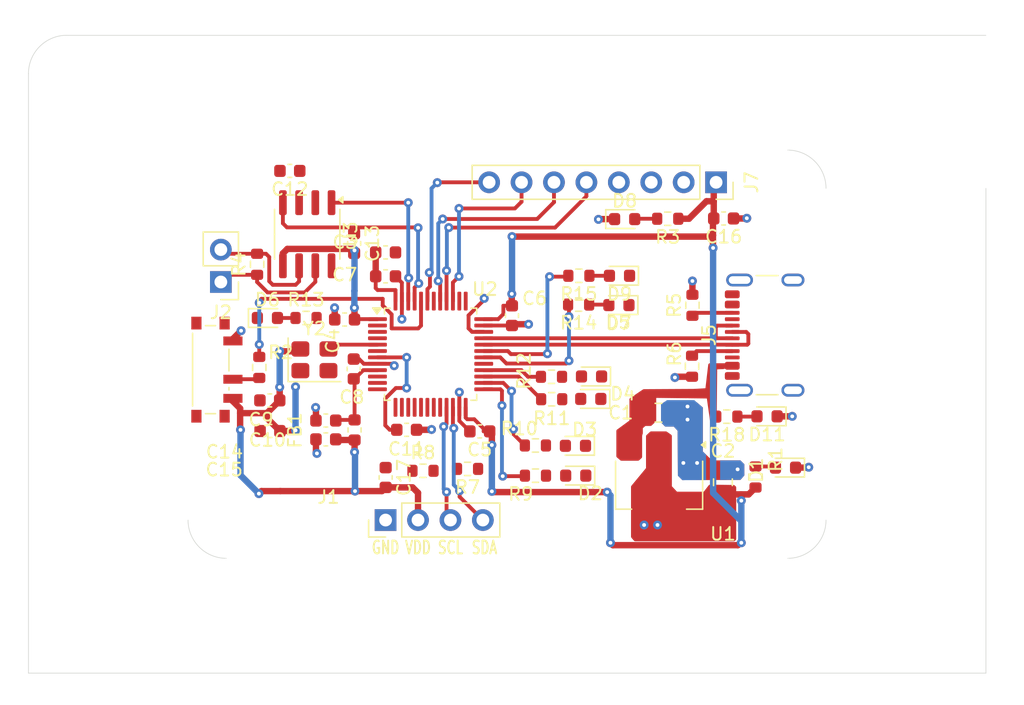
<source format=kicad_pcb>
(kicad_pcb (version 20241229) (generator "pcbnew") (generator_version "9.0")
  (layers (0 "F.Cu" signal) (2 "B.Cu" power) (13 "F.Paste" user) (15 "B.Paste" user) (5 "F.SilkS" user "F.Silkscreen") (7 "B.SilkS" user "B.Silkscreen") (1 "F.Mask" user) (3 "B.Mask" user) (25 "Edge.Cuts" user))
  (net 0 "")
  (net 1 "VBUS")
  (net 2 "GND")
  (net 3 "+3.3V")
  (net 4 "+3.3VA")
  (net 5 "/NRST")
  (net 6 "/HSE_IN")
  (net 7 "/PWR_LED_K")
  (net 8 "/USB_D-")
  (net 9 "/USB_D+")
  (net 10 "/LED_6")
  (net 11 "Net-(J2-Pin_2)")
  (net 12 "/BOOT0")
  (net 24 "/SW_BOOT0")
  (net 26 "/MISO")
  (net 28 "/RFID_SCK")
  (net 32 "Net-(J5-CC1)")
  (net 36 "Net-(J5-CC2)")
  (net 37 "Net-(J2-Pin_1)")
  (net 38 "Net-(D2-A)")
  (net 39 "Net-(D3-A)")
  (net 40 "Net-(D4-A)")
  (net 41 "/RFID_SDA")
  (net 42 "/MOSI")
  (net 43 "Net-(D5-A)")
  (net 44 "/LED_2")
  (net 45 "/LED_3")
  (net 46 "/LED_4")
  (net 47 "/LED_5")
  (net 48 "/LED_7")
  (net 49 "/LED_8")
  (net 50 "/LED_9")
  (net 51 "/LED_10")
  (net 53 "/CAN_TX")
  (net 54 "/CAN_RX")
  (net 55 "unconnected-(U2-PA13-Pad34)")
  (net 58 "Net-(D6-A)")
  (net 60 "Net-(D7-A)")
  (net 62 "Net-(D9-A)")
  (net 65 "/OLED_SCL")
  (net 66 "/OLED_SDA")
  (footprint "Capacitor_SMD:C_0603_1608Metric" (layer "F.Cu") (at 85.625 107.425)
    (property "Reference" "C11")
    (property "Value" "100n")
  )
  (footprint "ecocad_lib_footprints:Display_128x64_096_I2C" (layer "F.Cu") (at 87.785 114.5)
    (property "Reference" "J1")
    (property "Value" "Conn_01x04_Socket")
  )
  (footprint "Resistor_SMD:R_0603_1608Metric" (layer "F.Cu") (at 108.01 97.6625 90)
    (property "Reference" "R5")
    (property "Value" "5k1")
  )
  (footprint "Capacitor_SMD:C_0603_1608Metric" (layer "F.Cu") (at 81.48 102.655 90)
    (property "Reference" "C8")
    (property "Value" "10n")
  )
  (footprint "LED_SMD:LED_0603_1608Metric" (layer "F.Cu") (at 102.2525 97.65 180)
    (property "Reference" "D7")
    (property "Value" "CYAN")
  )
  (footprint "Resistor_SMD:R_0603_1608Metric" (layer "F.Cu") (at 90.395 110.49 180)
    (property "Reference" "R7")
    (property "Value" "1k5")
  )
  (footprint "LED_SMD:LED_0603_1608Metric" (layer "F.Cu") (at 102.2975 95.35 180)
    (property "Reference" "D9")
    (property "Value" "INDIGO")
  )
  (footprint "MountingHole:MountingHole_2.2mm_M2" (layer "F.Cu") (at 71.5 114.5)
    (property "Reference" "H1")
    (property "Value" "MountingHole")
  )
  (footprint "Resistor_SMD:R_0603_1608Metric" (layer "F.Cu") (at 112.9525 111.125 90)
    (property "Reference" "R1")
    (property "Value" "5k")
  )
  (footprint "Capacitor_SMD:C_0805_2012Metric" (layer "F.Cu") (at 110.4 111.5375 90)
    (property "Reference" "C2")
    (property "Value" "22u")
  )
  (footprint "MountingHole:MountingHole_2.2mm_M2" (layer "F.Cu") (at 115.5 114.5)
    (property "Reference" "H2")
    (property "Value" "MountingHole")
  )
  (footprint "Button_Switch_SMD:SW_SPDT_PCM12" (layer "F.Cu") (at 70.585 102.71 -90)
    (property "Reference" "SW1")
    (property "Value" "SW_SPDT")
  )
  (footprint "Connector_USB:USB_C_Receptacle_GCT_USB4105-xx-A_16P_TopMnt_Horizontal" (layer "F.Cu") (at 114.81 100.005 90)
    (property "Reference" "J5")
    (property "Value" "USB_C_Receptacle")
  )
  (footprint "Resistor_SMD:R_0603_1608Metric" (layer "F.Cu") (at 74.08 102.535 90)
    (property "Reference" "R2")
    (property "Value" "10k")
  )
  (footprint "Package_QFP:LQFP-48_7x7mm_P0.5mm" (layer "F.Cu") (at 87.5 101.5)
    (property "Reference" "U2")
    (property "Value" "STM32F103C8T6")
  )
  (footprint "Resistor_SMD:R_0603_1608Metric" (layer "F.Cu") (at 77.745 98.66)
    (property "Reference" "R13")
    (property "Value" "10k")
  )
  (footprint "Resistor_SMD:R_0603_1608Metric" (layer "F.Cu") (at 110.705 106.39)
    (property "Reference" "R18")
    (property "Value" "10k")
  )
  (footprint "Resistor_SMD:R_0603_1608Metric" (layer "F.Cu") (at 106.075 90.88 180)
    (property "Reference" "R3")
    (property "Value" "10k")
  )
  (footprint "Capacitor_SMD:C_0603_1608Metric" (layer "F.Cu") (at 83.98 111.165 -90)
    (property "Reference" "C17")
    (property "Value" "100n")
  )
  (footprint "Capacitor_SMD:C_0603_1608Metric" (layer "F.Cu") (at 81.51 92.815 -90)
    (property "Reference" "C13")
    (property "Value" "100n")
  )
  (footprint "Capacitor_SMD:C_0603_1608Metric" (layer "F.Cu") (at 76.475 87.13 180)
    (property "Reference" "C12")
    (property "Value" "100n")
  )
  (footprint "LED_SMD:LED_0603_1608Metric" (layer "F.Cu") (at 102.7025 90.91)
    (property "Reference" "D8")
    (property "Value" "ORANGE")
  )
  (footprint "Resistor_SMD:R_0603_1608Metric" (layer "F.Cu") (at 73.91 94.45 90)
    (property "Reference" "R4")
    (property "Value" "10k")
  )
  (footprint "Inductor_SMD:L_0603_1608Metric" (layer "F.Cu") (at 81.545 107.4375 -90)
    (property "Reference" "FB1")
    (property "Value" "120R")
  )
  (footprint "LED_SMD:LED_0603_1608Metric" (layer "F.Cu") (at 113.8575 106.37 180)
    (property "Reference" "D11")
    (property "Value" "YELLOW")
  )
  (footprint "LED_SMD:LED_0603_1608Metric" (layer "F.Cu") (at 100.1075 103.245 180)
    (property "Reference" "D5")
    (property "Value" "BLUE")
  )
  (footprint "Capacitor_SMD:C_0603_1608Metric" (layer "F.Cu") (at 74.92 107.52)
    (property "Reference" "C15")
    (property "Value" "100n")
  )
  (footprint "MountingHole:MountingHole_2.2mm_M2" (layer "F.Cu") (at 59 79.5)
    (property "Reference" "H4")
    (property "Value" "MountingHole")
  )
  (footprint "Capacitor_SMD:C_0603_1608Metric" (layer "F.Cu") (at 74.905 105.12)
    (property "Reference" "C14")
    (property "Value" "100n")
  )
  (footprint "Capacitor_SMD:C_0603_1608Metric" (layer "F.Cu") (at 110.455 90.86 180)
    (property "Reference" "C16")
    (property "Value" "100n")
  )
  (footprint "Resistor_SMD:R_0603_1608Metric" (layer "F.Cu") (at 107.98 102.44 -90)
    (property "Reference" "R6")
    (property "Value" "5k1")
  )
  (footprint "LED_SMD:LED_0603_1608Metric" (layer "F.Cu") (at 115.3025 110.39 180)
    (property "Reference" "D1")
    (property "Value" "RED")
  )
  (footprint "Capacitor_SMD:C_0603_1608Metric" (layer "F.Cu") (at 79.295 106.7 180)
    (property "Reference" "C9")
    (property "Value" "1u")
  )
  (footprint "MountingHole:MountingHole_2.2mm_M2" (layer "F.Cu") (at 115.475 88.5)
    (property "Reference" "H3")
    (property "Value" "MountingHole")
  )
  (footprint "LED_SMD:LED_0603_1608Metric" (layer "F.Cu") (at 98.8475 108.68 180)
    (property "Reference" "D3")
    (property "Value" "AMBER")
  )
  (footprint "Resistor_SMD:R_0603_1608Metric" (layer "F.Cu") (at 95.71 108.655 180)
    (property "Reference" "R10")
    (property "Value" "10k")
  )
  (footprint "Resistor_SMD:R_0603_1608Metric" (layer "F.Cu") (at 99.095 97.61 180)
    (property "Reference" "R14")
    (property "Value" "10k")
  )
  (footprint "Crystal:Crystal_SMD_3225-4Pin_3.2x2.5mm" (layer "F.Cu") (at 78.4 101.94)
    (property "Reference" "Y2")
    (property "Value" "ASCO")
  )
  (footprint "Capacitor_SMD:C_0603_1608Metric" (layer "F.Cu") (at 83.975 93.52)
    (property "Reference" "C3")
    (property "Value" "10u")
  )
  (footprint "Resistor_SMD:R_0603_1608Metric" (layer "F.Cu") (at 96.97 103.27 180)
    (property "Reference" "R12")
    (property "Value" "10k")
  )
  (footprint "Capacitor_SMD:C_0603_1608Metric" (layer "F.Cu") (at 93.875 98.475 -90)
    (property "Reference" "C6")
    (property "Value" "100n")
  )
  (footprint "Resistor_SMD:R_0603_1608Metric" (layer "F.Cu") (at 96.985 105.03 180)
    (property "Reference" "R11")
    (property "Value" "10k")
  )
  (footprint "Resistor_SMD:R_0603_1608Metric" (layer "F.Cu") (at 99.115 95.35 180)
    (property "Reference" "R15")
    (property "Value" "10k")
  )
  (footprint "Capacitor_SMD:C_0603_1608Metric" (layer "F.Cu") (at 83.975 95.395)
    (property "Reference" "C7")
    (property "Value" "100n")
  )
  (footprint "Resistor_SMD:R_0603_1608Metric" (layer "F.Cu") (at 95.715 111.02 180)
    (property "Reference" "R9")
    (property "Value" "10k")
  )
  (footprint "LED_SMD:LED_0603_1608Metric" (layer "F.Cu") (at 98.87 111.0175 180)
    (property "Reference" "D2")
    (property "Value" "PURPLE")
  )
  (footprint "Package_SO:SOIC-8_3.9x4.9mm_P1.27mm" (layer "F.Cu") (at 77.835 92.095 -90)
    (property "Reference" "U3")
    (property "Value" "MCP2542FD")
  )
  (footprint "Capacitor_SMD:C_0603_1608Metric" (layer "F.Cu") (at 91.35 107.55 180)
    (property "Reference" "C5")
    (property "Value" "100n")
  )
  (footprint "Capacitor_SMD:C_0603_1608Metric" (layer "F.Cu") (at 79.295 108.175 180)
    (property "Reference" "C10")
    (property "Value" "1u")
  )
  (footprint "Capacitor_SMD:C_0603_1608Metric" (layer "F.Cu") (at 80.765 98.78 180)
    (property "Reference" "C4")
    (property "Value" "100n")
  )
  (footprint "LED_SMD:LED_0603_1608Metric" (layer "F.Cu") (at 74.7175 98.66)
    (property "Reference" "D6")
    (property "Value" "TEAL")
  )
  (footprint "Resistor_SMD:R_0603_1608Metric" (layer "F.Cu") (at 86.905 110.64)
    (property "Reference" "R8")
    (property "Value" "1k5")
  )
  (footprint "Connector_PinSocket_2.54mm:PinSocket_1x08_P2.54mm_Vertical" (layer "F.Cu") (at 109.865 88.025 -90)
    (property "Reference" "J7")
    (property "Value" "Conn_01x08_Socket")
  )
  (footprint "Connector_PinHeader_2.54mm:PinHeader_1x02_P2.54mm_Vertical" (layer "F.Cu") (at 71.07 95.84 180)
    (property "Reference" "J2")
    (property "Value" "Conn_01x02_Pin")
  )
  (footprint "Package_TO_SOT_SMD:SOT-223-3_TabPin2" (layer "F.Cu") (at 105.4 111.7375 -90)
    (property "Reference" "U1")
    (property "Value" "AMS1117-3.3")
  )
  (footprint "Capacitor_SMD:C_0805_2012Metric" (layer "F.Cu") (at 105.35 106.0875)
    (property "Reference" "C1")
    (property "Value" "22u")
  )
  (footprint "LED_SMD:LED_0603_1608Metric" (layer "F.Cu") (at 100.0475 105.005 180)
    (property "Reference" "D4")
    (property "Value" "GREEN")
  )
  (gr_line (start 56 126.5) (end 131 126.5) (stroke (width 0.05)) (layer "Edge.Cuts"))
  (gr_line (start 59 76.5) (end 131 76.5) (stroke (width 0.05)) (layer "Edge.Cuts"))
  (gr_arc (start 71.5 117.5) (mid 69.37868 116.62132) (end 68.5 114.5) (stroke (width 0.05)) (layer "Edge.Cuts"))
  (gr_line (start 131 126.5) (end 131 88.5) (stroke (width 0.05)) (layer "Edge.Cuts"))
  (gr_arc (start 56 79.5) (mid 56.87868 77.37868) (end 59 76.5) (stroke (width 0.05)) (layer "Edge.Cuts"))
  (gr_line (start 56 126.5) (end 56 79.5) (stroke (width 0.05)) (layer "Edge.Cuts"))
  (gr_arc (start 115.475 85.5) (mid 117.59632 86.37868) (end 118.475 88.5) (stroke (width 0.05)) (layer "Edge.Cuts"))
  (gr_arc (start 118.475 114.5) (mid 117.59632 116.62132) (end 115.475 117.5) (stroke (width 0.05)) (layer "Edge.Cuts"))
  (segment (start 108.01 96.8375) (end 108.01 95.76) (width 0.5) (layer "F.Cu") (net 2))
  (segment (start 81.9 101.88) (end 82.27 102.25) (width 0.3) (layer "F.Cu") (net 2))
  (segment (start 81.48 101.88) (end 81.9 101.88) (width 0.3) (layer "F.Cu") (net 2))
  (segment (start 78.52 108.175) (end 78.52 109.2) (width 0.5) (layer "F.Cu") (net 2))
  (segment (start 100.67 90.91) (end 100.65 90.93) (width 0.5) (layer "F.Cu") (net 2))
  (segment (start 107.98 103.265) (end 106.6975 103.265) (width 0.5) (layer "F.Cu") (net 2))
  (segment (start 82.27 102.25) (end 83.3375 102.25) (width 0.3) (layer "F.Cu") (net 2))
  (segment (start 86.4 107.425) (end 87.55 107.425) (width 0.5) (layer "F.Cu") (net 2))
  (segment (start 79.99 98.78) (end 79.99 97.87) (width 0.5) (layer "F.Cu") (net 2))
  (segment (start 106.6975 103.265) (end 106.6375 103.325) (width 0.5) (layer "F.Cu") (net 2))
  (segment (start 72.015 100.46) (end 72.015 100.3) (width 0.5) (layer "F.Cu") (net 2))
  (segment (start 84.5 102.25) (end 84.65 102.4) (width 0.3) (layer "F.Cu") (net 2))
  (segment (start 79.99 97.87) (end 79.98 97.86) (width 0.5) (layer "F.Cu") (net 2))
  (segment (start 93.975 99.15) (end 93.875 99.25) (width 0.5) (layer "F.Cu") (net 2))
  (segment (start 91.6625 99.25) (end 93.875 99.25) (width 0.3) (layer "F.Cu") (net 2))
  (segment (start 107.92 103.325) (end 107.98 103.265) (width 0.5) (layer "F.Cu") (net 2))
  (segment (start 85.25 95.895) (end 84.75 95.395) (width 0.3) (layer "F.Cu") (net 2))
  (segment (start 116.09 110.39) (end 117.09 110.39) (width 0.5) (layer "F.Cu") (net 2))
  (segment (start 72.015 100.3) (end 72.655 99.66) (width 0.5) (layer "F.Cu") (net 2))
  (segment (start 89.75 105.6625) (end 89.75 106.725) (width 0.3) (layer "F.Cu") (net 2))
  (segment (start 114.645 106.37) (end 115.83 106.37) (width 0.5) (layer "F.Cu") (net 2))
  (segment (start 78.52 106.7) (end 78.52 105.7) (width 0.5) (layer "F.Cu") (net 2))
  (segment (start 95.175 99.15) (end 93.975 99.15) (width 0.5) (layer "F.Cu") (net 2))
  (segment (start 89.75 105.6625) (end 89.75 104.475) (width 0.3) (layer "F.Cu") (net 2))
  (segment (start 83.3375 102.25) (end 84.5 102.25) (width 0.3) (layer "F.Cu") (net 2))
  (segment (start 87.55 107.425) (end 87.575 107.4) (width 0.5) (layer "F.Cu") (net 2))
  (segment (start 78.52 109.2) (end 78.595 109.275) (width 0.5) (layer "F.Cu") (net 2))
  (segment (start 101.915 90.91) (end 100.67 90.91) (width 0.5) (layer "F.Cu") (net 2))
  (segment (start 112.25 90.86) (end 112.27 90.84) (width 0.5) (layer "F.Cu") (net 2))
  (segment (start 78.52 105.7) (end 78.495 105.675) (width 0.5) (layer "F.Cu") (net 2))
  (segment (start 89.75 106.725) (end 90.575 107.55) (width 0.3) (layer "F.Cu") (net 2))
  (segment (start 111.23 90.86) (end 112.25 90.86) (width 0.5) (layer "F.Cu") (net 2))
  (segment (start 85.25 97.3375) (end 85.25 98.75) (width 0.3) (layer "F.Cu") (net 2))
  (segment (start 117.09 110.39) (end 117.12 110.36) (width 0.5) (layer "F.Cu") (net 2))
  (segment (start 72.015 100.46) (end 72.43 100.46) (width 0.5) (layer "F.Cu") (net 2))
  (segment (start 85.25 97.3375) (end 85.25 95.895) (width 0.3) (layer "F.Cu") (net 2))
  (via (at 78.595 109.275) (size 0.7) (drill 0.3) (layers "F.Cu" "B.Cu") (net 2))
  (via (at 107.625 106.625) (size 0.7) (drill 0.3) (layers "F.Cu" "B.Cu") (net 2))
  (via (at 95.175 99.15) (size 0.7) (drill 0.3) (layers "F.Cu" "B.Cu") (net 2))
  (via (at 108.375 110.025) (size 0.7) (drill 0.3) (layers "F.Cu" "B.Cu") (net 2))
  (via (at 111.55 110.525) (size 0.7) (drill 0.3) (layers "F.Cu" "B.Cu") (net 2))
  (via (at 107.3 110.025) (size 0.7) (drill 0.3) (layers "F.Cu" "B.Cu") (net 2))
  (via (at 84.65 102.4) (size 0.7) (drill 0.3) (layers "F.Cu" "B.Cu") (net 2))
  (via (at 72.655 99.66) (size 0.7) (drill 0.3) (layers "F.Cu" "B.Cu") (net 2))
  (via (at 85.25 98.75) (size 0.7) (drill 0.3) (layers "F.Cu" "B.Cu") (net 2))
  (via (at 89.75 104.475) (size 0.7) (drill 0.3) (layers "F.Cu" "B.Cu") (net 2))
  (via (at 78.495 105.675) (size 0.7) (drill 0.3) (layers "F.Cu" "B.Cu") (net 2))
  (via (at 87.575 107.4) (size 0.7) (drill 0.3) (layers "F.Cu" "B.Cu") (net 2))
  (via (at 79.98 97.86) (size 0.7) (drill 0.3) (layers "F.Cu" "B.Cu") (net 2))
  (via (at 115.83 106.37) (size 0.7) (drill 0.3) (layers "F.Cu" "B.Cu") (net 2))
  (via (at 108.01 95.76) (size 0.7) (drill 0.3) (layers "F.Cu" "B.Cu") (net 2))
  (via (at 100.65 90.93) (size 0.7) (drill 0.3) (layers "F.Cu" "B.Cu") (net 2))
  (via (at 106.6375 103.325) (size 0.7) (drill 0.3) (layers "F.Cu" "B.Cu") (net 2))
  (via (at 117.12 110.36) (size 0.7) (drill 0.3) (layers "F.Cu" "B.Cu") (net 2))
  (via (at 107.625 105.6) (size 0.7) (drill 0.3) (layers "F.Cu" "B.Cu") (net 2))
  (via (at 112.27 90.84) (size 0.7) (drill 0.3) (layers "F.Cu" "B.Cu") (net 2))
  (segment (start 72.015 104.96) (end 72.015 105.185) (width 0.5) (layer "F.Cu") (net 3))
  (segment (start 81.54 98.78) (end 81.54 97.87) (width 0.5) (layer "F.Cu") (net 3))
  (segment (start 75.625 114.9) (end 75.725 115) (width 0.5) (layer "F.Cu") (net 3))
  (segment (start 74.05 112.43) (end 74.25 112.23) (width 0.5) (layer "F.Cu") (net 3))
  (segment (start 75.73 112.23) (end 81.58 112.23) (width 0.5) (layer "F.Cu") (net 3))
  (segment (start 111.57 116.47) (end 111.76 116.28) (width 0.5) (layer "F.Cu") (net 3))
  (segment (start 81.424 93.244) (end 76.281001 93.244) (width 0.5) (layer "F.Cu") (net 3))
  (segment (start 81.545 109.2) (end 81.545 109.175) (width 0.5) (layer "F.Cu") (net 3))
  (segment (start 72.58 106.12) (end 72.58 107.4) (width 0.5) (layer "F.Cu") (net 3))
  (segment (start 75.695 107.52) (end 76.87 107.52) (width 0.5) (layer "F.Cu") (net 3))
  (segment (start 81.545 108.225) (end 80.12 108.225) (width 0.5) (layer "F.Cu") (net 3))
  (segment (start 90.25 106.475) (end 90.25 105.6625) (width 0.3) (layer "F.Cu") (net 3))
  (segment (start 109.63 88.26) (end 109.865 88.025) (width 0.5) (layer "F.Cu") (net 3))
  (segment (start 92.8 98.75) (end 93.2 98.35) (width 0.3) (layer "F.Cu") (net 3))
  (segment (start 107.74 90.88) (end 106.9 90.88) (width 0.5) (layer "F.Cu") (net 3))
  (segment (start 112.415 112.4875) (end 112.9525 111.95) (width 0.5) (layer "F.Cu") (net 3))
  (segment (start 74.25 112.23) (end 75.73 112.23) (width 0.5) (layer "F.Cu") (net 3))
  (segment (start 72.58 107.4) (end 72.61 107.43) (width 0.5) (layer "F.Cu") (net 3))
  (segment (start 75.68 101.27) (end 77.12 101.27) (width 0.5) (layer "F.Cu") (net 3))
  (segment (start 93.2 97.7) (end 93.875 97.7) (width 0.3) (layer "F.Cu") (net 3))
  (segment (start 76.87 107.52) (end 76.92 107.47) (width 0.5) (layer "F.Cu") (net 3))
  (segment (start 81.545 108.225) (end 81.545 109.2) (width 0.5) (layer "F.Cu") (net 3))
  (segment (start 109.62 92.18) (end 109.62 90.92) (width 0.5) (layer "F.Cu") (net 3))
  (segment (start 111.8 112.4875) (end 112.415 112.4875) (width 0.5) (layer "F.Cu") (net 3))
  (segment (start 91.6625 98.75) (end 92.8 98.75) (width 0.3) (layer "F.Cu") (net 3))
  (segment (start 93.2 98.35) (end 93.2 97.7) (width 0.3) (layer "F.Cu") (net 3))
  (segment (start 111.76 116.28) (end 111.84 116.28) (width 0.5) (layer "F.Cu") (net 3))
  (segment (start 109.62 92.18) (end 109.52 92.28) (width 0.5) (layer "F.Cu") (net 3))
  (segment (start 86.09 111.94) (end 86.515 112.365) (width 0.5) (layer "F.Cu") (net 3))
  (segment (start 76.281001 93.244) (end 75.93 93.595001) (width 0.5) (layer "F.Cu") (net 3))
  (segment (start 101.59 116.28) (end 101.78 116.47) (width 0.5) (layer "F.Cu") (net 3))
  (segment (start 81.57 98.75) (end 81.54 98.78) (width 0.3) (layer "F.Cu") (net 3))
  (segment (start 93.86 97.685) (end 93.875 97.7) (width 0.5) (layer "F.Cu") (net 3))
  (segment (start 91.66 107.339178) (end 90.920822 106.6) (width 0.3) (layer "F.Cu") (net 3))
  (segment (start 92.125 107.55) (end 91.66 107.55) (width 0.3) (layer "F.Cu") (net 3))
  (segment (start 109.68 88.21) (end 109.865 88.025) (width 0.5) (layer "F.Cu") (net 3))
  (segment (start 104.225 114.8875) (end 105.275 114.8875) (width 0.5) (layer "F.Cu") (net 3))
  (segment (start 83.69 112.23) (end 83.98 111.94) (width 0.5) (layer "F.Cu") (net 3))
  (segment (start 72.015 105.185) (end 72.58 105.75) (width 0.5) (layer "F.Cu") (net 3))
  (segment (start 91.66 107.55) (end 91.66 107.339178) (width 0.3) (layer "F.Cu") (net 3))
  (segment (start 109.68 90.86) (end 109.68 89.51) (width 0.5) (layer "F.Cu") (net 3))
  (segment (start 80.12 108.225) (end 80.07 108.175) (width 0.5) (layer "F.Cu") (net 3))
  (segment (start 83.3375 98.75) (end 81.57 98.75) (width 0.3) (layer "F.Cu") (net 3))
  (segment (start 77.12 101.27) (end 77.3 101.09) (width 0.5) (layer "F.Cu") (net 3))
  (segment (start 75.68 105.12) (end 75.68 104.08) (width 0.5) (layer "F.Cu") (net 3))
  (segment (start 84.75 96.47) (end 83.35 96.47) (width 0.3) (layer "F.Cu") (net 3))
  (segment (start 86.515 112.365) (end 86.515 114.5) (width 0.5) (layer "F.Cu") (net 3))
  (segment (start 75.93 93.595001) (end 75.93 94.57) (width 0.5) (layer "F.Cu") (net 3))
  (segment (start 109.68 89.51) (end 109.11 89.51) (width 0.5) (layer "F.Cu") (net 3))
  (segment (start 109.68 89.51) (end 109.68 88.21) (width 0.5) (layer "F.Cu") (net 3))
  (segment (start 101.78 116.47) (end 111.57 116.47) (width 0.5) (layer "F.Cu") (net 3))
  (segment (start 92.3 108.62) (end 92.3 107.725) (width 0.5) (layer "F.Cu") (net 3))
  (segment (start 74.68 106.12) (end 74.68 106.505) (width 0.5) (layer "F.Cu") (net 3))
  (segment (start 72.58 105.75) (end 72.58 106.12) (width 0.5) (layer "F.Cu") (net 3))
  (segment (start 81.59 112.25) (end 81.59 112.24) (width 0.5) (layer "F.Cu") (net 3))
  (segment (start 90.375 106.6) (end 90.25 106.475) (width 0.3) (layer "F.Cu") (net 3))
  (segment (start 81.59 112.24) (end 81.58 112.23) (width 0.5) (layer "F.Cu") (net 3))
  (segment (start 111.8 112.94) (end 111.84 112.98) (width 0.5) (layer "F.Cu") (net 3))
  (segment (start 93.86 96.77) (end 93.86 97.685) (width 0.5) (layer "F.Cu") (net 3))
  (segment (start 83.35 96.47) (end 83.2 96.32) (width 0.3) (layer "F.Cu") (net 3))
  (segment (start 74.68 106.12) (end 75.68 105.12) (width 0.5) (layer "F.Cu") (net 3))
  (segment (start 74.68 106.505) (end 75.695 107.52) (width 0.5) (layer "F.Cu") (net 3))
  (segment (start 109.62 90.92) (end 109.68 90.86) (width 0.5) (layer "F.Cu") (net 3))
  (segment (start 109.52 92.28) (end 93.88 92.28) (width 0.5) (layer "F.Cu") (net 3))
  (segment (start 111.8 112.4875) (end 111.8 112.94) (width 0.5) (layer "F.Cu") (net 3))
  (segment (start 90.920822 106.6) (end 90.375 106.6) (width 0.3) (layer "F.Cu") (net 3))
  (segment (start 81.54 97.87) (end 81.53 97.86) (width 0.5) (layer "F.Cu") (net 3))
  (segment (start 110.4 112.4875) (end 111.8 112.4875) (width 0.5) (layer "F.Cu") (net 3))
  (segment (start 83.98 111.94) (end 86.09 111.94) (width 0.5) (layer "F.Cu") (net 3))
  (segment (start 92.3 107.725) (end 92.125 107.55) (width 0.5) (layer "F.Cu") (net 3))
  (segment (start 101.33 112.31) (end 92.36 112.31) (width 0.5) (layer "F.Cu") (net 3))
  (segment (start 92.36 112.31) (end 92.3 112.25) (width 0.5) (layer "F.Cu") (net 3))
  (segment (start 83.2 95.395) (end 83.2 93.52) (width 0.5) (layer "F.Cu") (net 3))
  (segment (start 105.275 114.8875) (end 105.4 114.8875) (width 0.5) (layer "F.Cu") (net 3))
  (segment (start 83.2 96.32) (end 83.2 95.395) (width 0.3) (layer "F.Cu") (net 3))
  (segment (start 109.11 89.51) (end 107.74 90.88) (width 0.5) (layer "F.Cu") (net 3))
  (segment (start 109.63 93.17) (end 109.62 93.16) (width 0.5) (layer "F.Cu") (net 3))
  (segment (start 81.58 112.23) (end 83.69 112.23) (width 0.5) (layer "F.Cu") (net 3))
  (segment (start 72.58 106.12) (end 74.68 106.12) (width 0.5) (layer "F.Cu") (net 3))
  (segment (start 84.75 97.3375) (end 84.75 96.47) (width 0.3) (layer "F.Cu") (net 3))
  (segment (start 81.54 93.36) (end 81.424 93.244) (width 0.5) (layer "F.Cu") (net 3))
  (segment (start 109.62 93.16) (end 109.62 92.18) (width 0.5) (layer "F.Cu") (net 3))
  (via (at 72.61 107.43) (size 0.7) (drill 0.3) (layers "F.Cu" "B.Cu") (net 3))
  (via (at 92.3 112.25) (size 0.7) (drill 0.3) (layers "F.Cu" "B.Cu") (net 3))
  (via (at 75.68 101.27) (size 0.7) (drill 0.3) (layers "F.Cu" "B.Cu") (net 3))
  (via (at 81.58 112.23) (size 0.7) (drill 0.3) (layers "F.Cu" "B.Cu") (net 3))
  (via (at 109.63 93.17) (size 0.7) (drill 0.3) (layers "F.Cu" "B.Cu") (net 3))
  (via (at 111.84 112.98) (size 0.7) (drill 0.3) (layers "F.Cu" "B.Cu") (net 3))
  (via (at 93.88 92.28) (size 0.7) (drill 0.3) (layers "F.Cu" "B.Cu") (net 3))
  (via (at 81.54 93.36) (size 0.7) (drill 0.3) (layers "F.Cu" "B.Cu") (net 3))
  (via (at 104.225 114.8875) (size 0.7) (drill 0.3) (layers "F.Cu" "B.Cu") (net 3))
  (via (at 111.84 116.28) (size 0.7) (drill 0.3) (layers "F.Cu" "B.Cu") (net 3))
  (via (at 101.33 112.31) (size 0.7) (drill 0.3) (layers "F.Cu" "B.Cu") (net 3))
  (via (at 76.92 107.47) (size 0.7) (drill 0.3) (layers "F.Cu" "B.Cu") (net 3))
  (via (at 81.545 109.175) (size 0.7) (drill 0.3) (layers "F.Cu" "B.Cu") (net 3))
  (via (at 75.68 104.08) (size 0.7) (drill 0.3) (layers "F.Cu" "B.Cu") (net 3))
  (via (at 92.3 108.62) (size 0.7) (drill 0.3) (layers "F.Cu" "B.Cu") (net 3))
  (via (at 101.59 116.28) (size 0.7) (drill 0.3) (layers "F.Cu" "B.Cu") (net 3))
  (via (at 76.92 104.06) (size 0.7) (drill 0.3) (layers "F.Cu" "B.Cu") (net 3))
  (via (at 74.05 112.43) (size 0.7) (drill 0.3) (layers "F.Cu" "B.Cu") (net 3))
  (via (at 93.86 96.77) (size 0.7) (drill 0.3) (layers "F.Cu" "B.Cu") (net 3))
  (via (at 81.53 97.86) (size 0.7) (drill 0.3) (layers "F.Cu" "B.Cu") (net 3))
  (via (at 105.275 114.8875) (size 0.7) (drill 0.3) (layers "F.Cu" "B.Cu") (net 3))
  (segment (start 101.59 116.28) (end 101.59 112.57) (width 0.5) (layer "B.Cu") (net 3))
  (segment (start 111.84 116.28) (end 111.84 114.58) (width 0.5) (layer "B.Cu") (net 3))
  (segment (start 81.58 109.21) (end 81.545 109.175) (width 0.5) (layer "B.Cu") (net 3))
  (segment (start 111.84 112.98) (end 111.84 114.58) (width 0.5) (layer "B.Cu") (net 3))
  (segment (start 93.88 92.28) (end 93.88 96.75) (width 0.5) (layer "B.Cu") (net 3))
  (segment (start 109.63 93.17) (end 109.63 112.37) (width 0.5) (layer "B.Cu") (net 3))
  (segment (start 81.53 96.54) (end 81.53 97.86) (width 0.5) (layer "B.Cu") (net 3))
  (segment (start 93.88 96.75) (end 93.86 96.77) (width 0.5) (layer "B.Cu") (net 3))
  (segment (start 76.92 107.47) (end 76.92 104.06) (width 0.5) (layer "B.Cu") (net 3))
  (segment (start 75.68 101.27) (end 75.68 104.08) (width 0.5) (layer "B.Cu") (net 3))
  (segment (start 81.54 96.53) (end 81.53 96.54) (width 0.5) (layer "B.Cu") (net 3))
  (segment (start 72.61 107.43) (end 72.61 110.99) (width 0.5) (layer "B.Cu") (net 3))
  (segment (start 75.525 114.8) (end 75.625 114.9) (width 0.5) (layer "B.Cu") (net 3))
  (segment (start 81.54 93.36) (end 81.54 96.53) (width 0.5) (layer "B.Cu") (net 3))
  (segment (start 109.63 112.37) (end 111.84 114.58) (width 0.5) (layer "B.Cu") (net 3))
  (segment (start 81.58 112.23) (end 81.58 109.21) (width 0.5) (layer "B.Cu") (net 3))
  (segment (start 72.61 110.99) (end 74.05 112.43) (width 0.5) (layer "B.Cu") (net 3))
  (segment (start 92.3 112.25) (end 92.3 108.62) (width 0.5) (layer "B.Cu") (net 3))
  (segment (start 101.59 112.57) (end 101.33 112.31) (width 0.5) (layer "B.Cu") (net 3))
  (segment (start 81.55 103.43) (end 82.23 102.75) (width 0.3) (layer "F.Cu") (net 4))
  (segment (start 81.545 106.65) (end 80.12 106.65) (width 0.3) (layer "F.Cu") (net 4))
  (segment (start 81.545 106.65) (end 81.545 103.495) (width 0.3) (layer "F.Cu") (net 4))
  (segment (start 81.545 103.495) (end 81.48 103.43) (width 0.3) (layer "F.Cu") (net 4))
  (segment (start 80.12 106.65) (end 80.07 106.7) (width 0.3) (layer "F.Cu") (net 4))
  (segment (start 82.23 102.75) (end 83.3375 102.75) (width 0.3) (layer "F.Cu") (net 4))
  (segment (start 81.48 103.43) (end 81.55 103.43) (width 0.3) (layer "F.Cu") (net 4))
  (segment (start 84.3 107.425) (end 85.145 107.425) (width 0.3) (layer "F.Cu") (net 5))
  (segment (start 85.625 104.15) (end 84.779534 104.15) (width 0.3) (layer "F.Cu") (net 5))
  (segment (start 83.95 104.979534) (end 83.95 107.075) (width 0.3) (layer "F.Cu") (net 5))
  (segment (start 84.779534 104.15) (end 83.95 104.979534) (width 0.3) (layer "F.Cu") (net 5))
  (segment (start 85.625 101.75) (end 83.3375 101.75) (width 0.3) (layer "F.Cu") (net 5))
  (segment (start 83.95 107.075) (end 84.3 107.425) (width 0.3) (layer "F.Cu") (net 5))
  (via (at 85.625 101.75) (size 0.7) (drill 0.3) (layers "F.Cu" "B.Cu") (net 5))
  (via (at 85.625 104.15) (size 0.7) (drill 0.3) (layers "F.Cu" "B.Cu") (net 5))
  (segment (start 85.625 104.15) (end 85.625 101.75) (width 0.3) (layer "B.Cu") (net 5))
  (segment (start 79.84 100.75) (end 79.5 101.09) (width 0.3) (layer "F.Cu") (net 6))
  (segment (start 83.3375 100.75) (end 79.84 100.75) (width 0.3) (layer "F.Cu") (net 6))
  (segment (start 112.9525 110.3) (end 114.425 110.3) (width 0.3) (layer "F.Cu") (net 7))
  (segment (start 114.425 110.3) (end 114.515 110.39) (width 0.3) (layer "F.Cu") (net 7))
  (segment (start 112.39 99.92) (end 112.225 99.755) (width 0.3) (layer "F.Cu") (net 8))
  (segment (start 112.39 100.67) (end 112.39 99.92) (width 0.3) (layer "F.Cu") (net 8))
  (segment (start 112.305 100.755) (end 112.39 100.67) (width 0.3) (layer "F.Cu") (net 8))
  (segment (start 111.13 100.755) (end 112.305 100.755) (width 0.3) (layer "F.Cu") (net 8))
  (segment (start 112.225 99.755) (end 111.13 99.755) (width 0.3) (layer "F.Cu") (net 8))
  (segment (start 91.6625 100.75) (end 111.125 100.75) (width 0.3) (layer "F.Cu") (net 8))
  (segment (start 111.125 100.75) (end 111.13 100.755) (width 0.3) (layer "F.Cu") (net 8))
  (segment (start 109.84 99.37) (end 109.84 100.24) (width 0.3) (layer "F.Cu") (net 9))
  (segment (start 91.6625 100.25) (end 109.85 100.25) (width 0.3) (layer "F.Cu") (net 9))
  (segment (start 109.84 100.24) (end 109.85 100.25) (width 0.3) (layer "F.Cu") (net 9))
  (segment (start 111.125 100.25) (end 111.13 100.255) (width 0.3) (layer "F.Cu") (net 9))
  (segment (start 111.13 99.255) (end 109.955 99.255) (width 0.3) (layer "F.Cu") (net 9))
  (segment (start 109.85 100.25) (end 111.125 100.25) (width 0.3) (layer "F.Cu") (net 9))
  (segment (start 109.955 99.255) (end 109.84 99.37) (width 0.3) (layer "F.Cu") (net 9))
  (segment (start 71.395 93.625) (end 71.07 93.3) (width 0.3) (layer "F.Cu") (net 11))
  (segment (start 73.91 93.625) (end 71.395 93.625) (width 0.3) (layer "F.Cu") (net 11))
  (segment (start 75.14 96.06) (end 74.86 95.78) (width 0.3) (layer "F.Cu") (net 11))
  (segment (start 74.605 93.625) (end 73.91 93.625) (width 0.3) (layer "F.Cu") (net 11))
  (segment (start 74.86 95.78) (end 74.86 93.88) (width 0.3) (layer "F.Cu") (net 11))
  (segment (start 77.2 94.57) (end 77.2 95.79) (width 0.3) (layer "F.Cu") (net 11))
  (segment (start 76.93 96.06) (end 75.14 96.06) (width 0.3) (layer "F.Cu") (net 11))
  (segment (start 77.2 95.79) (end 76.93 96.06) (width 0.3) (layer "F.Cu") (net 11))
  (segment (start 74.86 93.88) (end 74.605 93.625) (width 0.3) (layer "F.Cu") (net 11))
  (segment (start 74.08 97.47) (end 74.08 97.32) (width 0.3) (layer "F.Cu") (net 12))
  (segment (start 86.75 99.26) (end 86.75 97.3375) (width 0.3) (layer "F.Cu") (net 12))
  (segment (start 83.75 97.16) (end 83.75 97.679534) (width 0.3) (layer "F.Cu") (net 12))
  (segment (start 74.08 97.32) (end 74.24 97.16) (width 0.3) (layer "F.Cu") (net 12))
  (segment (start 84.45 98.379534) (end 84.45 99.48) (width 0.3) (layer "F.Cu") (net 12))
  (segment (start 83.75 97.679534) (end 84.45 98.379534) (width 0.3) (layer "F.Cu") (net 12))
  (segment (start 74.24 97.16) (end 83.75 97.16) (width 0.3) (layer "F.Cu") (net 12))
  (segment (start 86.53 99.48) (end 86.75 99.26) (width 0.3) (layer "F.Cu") (net 12))
  (segment (start 74.08 101.71) (end 74.08 100.735) (width 0.3) (layer "F.Cu") (net 12))
  (segment (start 84.45 99.48) (end 86.53 99.48) (width 0.3) (layer "F.Cu") (net 12))
  (via (at 74.08 97.47) (size 0.7) (drill 0.3) (layers "F.Cu" "B.Cu") (net 12))
  (via (at 74.08 100.735) (size 0.7) (drill 0.3) (layers "F.Cu" "B.Cu") (net 12))
  (segment (start 74.08 100.735) (end 74.08 97.47) (width 0.3) (layer "B.Cu") (net 12))
  (segment (start 72.105 103.37) (end 72.015 103.46) (width 0.3) (layer "F.Cu") (net 24))
  (segment (start 72.015 103.46) (end 73.98 103.46) (width 0.3) (layer "F.Cu") (net 24))
  (segment (start 73.98 103.46) (end 74.08 103.36) (width 0.3) (layer "F.Cu") (net 24))
  (segment (start 99.705 89.12) (end 99.705 88.025) (width 0.3) (layer "F.Cu") (net 26))
  (segment (start 88.75 94.975) (end 88.75 94.95) (width 0.3) (layer "F.Cu") (net 26))
  (segment (start 97.25 91.575) (end 99.705 89.12) (width 0.3) (layer "F.Cu") (net 26))
  (segment (start 88.75 97.3375) (end 88.75 94.975) (width 0.3) (layer "F.Cu") (net 26))
  (segment (start 88.925 91.575) (end 97.25 91.575) (width 0.3) (layer "F.Cu") (net 26))
  (via (at 88.925 91.575) (size 0.7) (drill 0.3) (layers "F.Cu" "B.Cu") (net 26))
  (via (at 88.75 94.95) (size 0.7) (drill 0.3) (layers "F.Cu" "B.Cu") (net 26))
  (segment (start 88.775 91.7) (end 88.9 91.575) (width 0.3) (layer "B.Cu") (net 26))
  (segment (start 88.775 94.925) (end 88.775 91.7) (width 0.3) (layer "B.Cu") (net 26))
  (segment (start 88.75 94.95) (end 88.775 94.925) (width 0.3) (layer "B.Cu") (net 26))
  (segment (start 88.9 91.575) (end 88.925 91.575) (width 0.3) (layer "B.Cu") (net 26))
  (segment (start 89.725 90.075) (end 94.1 90.075) (width 0.3) (layer "F.Cu") (net 28))
  (segment (start 94.1 90.075) (end 94.625 89.55) (width 0.3) (layer "F.Cu") (net 28))
  (segment (start 89.25 97.3375) (end 89.25 95.875) (width 0.3) (layer "F.Cu") (net 28))
  (segment (start 89.25 95.875) (end 89.725 95.4) (width 0.3) (layer "F.Cu") (net 28))
  (segment (start 94.625 89.55) (end 94.625 88.025) (width 0.3) (layer "F.Cu") (net 28))
  (via (at 89.725 90.075) (size 0.7) (drill 0.3) (layers "F.Cu" "B.Cu") (net 28))
  (via (at 89.725 95.4) (size 0.7) (drill 0.3) (layers "F.Cu" "B.Cu") (net 28))
  (segment (start 89.725 95.35) (end 89.725 90.075) (width 0.3) (layer "B.Cu") (net 28))
  (segment (start 107.98 101.615) (end 108.34 101.255) (width 0.3) (layer "F.Cu") (net 32))
  (segment (start 108.34 101.255) (end 111.13 101.255) (width 0.3) (layer "F.Cu") (net 32))
  (segment (start 108.01 98.4875) (end 108.2435 98.254) (width 0.3) (layer "F.Cu") (net 36))
  (segment (start 108.01 98.4875) (end 108.2425 98.255) (width 0.3) (layer "F.Cu") (net 36))
  (segment (start 108.2425 98.255) (end 111.13 98.255) (width 0.3) (layer "F.Cu") (net 36))
  (segment (start 71.635 95.275) (end 71.07 95.84) (width 0.3) (layer "F.Cu") (net 37))
  (segment (start 73.91 95.275) (end 71.635 95.275) (width 0.3) (layer "F.Cu") (net 37))
  (segment (start 73.91 95.84) (end 73.91 95.275) (width 0.3) (layer "F.Cu") (net 37))
  (segment (start 78.47 94.57) (end 78.47 95.83) (width 0.3) (layer "F.Cu") (net 37))
  (segment (start 78.47 95.83) (end 77.641 96.659) (width 0.3) (layer "F.Cu") (net 37))
  (segment (start 77.641 96.659) (end 74.729 96.659) (width 0.3) (layer "F.Cu") (net 37))
  (segment (start 74.729 96.659) (end 73.91 95.84) (width 0.3) (layer "F.Cu") (net 37))
  (segment (start 88.05 88.025) (end 92.085 88.025) (width 0.3) (layer "F.Cu") (net 41))
  (segment (start 88.025 88.05) (end 88.05 88.025) (width 0.3) (layer "F.Cu") (net 41))
  (segment (start 87.45 96.2) (end 87.45 95.15) (width 0.3) (layer "F.Cu") (net 41))
  (segment (start 87.45 95.15) (end 87.4 95.1) (width 0.3) (layer "F.Cu") (net 41))
  (segment (start 87.25 97.3375) (end 87.25 96.4) (width 0.3) (layer "F.Cu") (net 41))
  (segment (start 87.25 96.4) (end 87.45 96.2) (width 0.3) (layer "F.Cu") (net 41))
  (via (at 88.025 88.05) (size 0.7) (drill 0.3) (layers "F.Cu" "B.Cu") (net 41))
  (via (at 87.4 95.1) (size 0.7) (drill 0.3) (layers "F.Cu" "B.Cu") (net 41))
  (segment (start 87.4 95.1) (end 87.575 94.925) (width 0.3) (layer "B.Cu") (net 41))
  (segment (start 87.575 88.5) (end 88.025 88.05) (width 0.3) (layer "B.Cu") (net 41))
  (segment (start 87.575 94.925) (end 87.575 88.5) (width 0.3) (layer "B.Cu") (net 41))
  (segment (start 88.25 97.3375) (end 88.25 95.925) (width 0.3) (layer "F.Cu") (net 42))
  (segment (start 88.45 90.9) (end 95.85 90.9) (width 0.3) (layer "F.Cu") (net 42))
  (segment (start 97.175 89.575) (end 97.165 89.565) (width 0.3) (layer "F.Cu") (net 42))
  (segment (start 88.25 95.925) (end 88.075 95.75) (width 0.3) (layer "F.Cu") (net 42))
  (segment (start 88.075 95.75) (end 88.1 95.75) (width 0.3) (layer "F.Cu") (net 42))
  (segment (start 97.165 89.565) (end 97.165 88.025) (width 0.3) (layer "F.Cu") (net 42))
  (segment (start 95.85 90.9) (end 97.175 89.575) (width 0.3) (layer "F.Cu") (net 42))
  (via (at 88.1 95.75) (size 0.7) (drill 0.3) (layers "F.Cu" "B.Cu") (net 42))
  (via (at 88.45 90.9) (size 0.7) (drill 0.3) (layers "F.Cu" "B.Cu") (net 42))
  (segment (start 88.1 91.25) (end 88.45 90.9) (width 0.3) (layer "B.Cu") (net 42))
  (segment (start 88.1 95.75) (end 88.1 91.25) (width 0.3) (layer "B.Cu") (net 42))
  (segment (start 93.09 104.37) (end 92.97 104.25) (width 0.3) (layer "F.Cu") (net 44))
  (segment (start 93.15 111.06) (end 94.85 111.06) (width 0.3) (layer "F.Cu") (net 44))
  (segment (start 94.85 111.06) (end 94.89 111.02) (width 0.3) (layer "F.Cu") (net 44))
  (segment (start 93.09 105.53) (end 93.09 104.37) (width 0.3) (layer "F.Cu") (net 44))
  (segment (start 92.97 104.25) (end 91.6625 104.25) (width 0.3) (layer "F.Cu") (net 44))
  (via (at 93.09 105.53) (size 0.7) (drill 0.3) (layers "F.Cu" "B.Cu") (net 44))
  (via (at 93.15 111.06) (size 0.7) (drill 0.3) (layers "F.Cu" "B.Cu") (net 44))
  (segment (start 93.09 111) (end 93.15 111.06) (width 0.3) (layer "B.Cu") (net 44))
  (segment (start 93.09 105.53) (end 93.09 111) (width 0.3) (layer "B.Cu") (net 44))
  (segment (start 93.2 103.75) (end 93.84 104.39) (width 0.3) (layer "F.Cu") (net 45))
  (segment (start 91.6625 103.75) (end 93.2 103.75) (width 0.3) (layer "F.Cu") (net 45))
  (segment (start 93.99 107.76) (end 94.885 108.655) (width 0.3) (layer "F.Cu") (net 45))
  (segment (start 93.99 107.37) (end 93.99 107.76) (width 0.3) (layer "F.Cu") (net 45))
  (via (at 93.99 107.37) (size 0.7) (drill 0.3) (layers "F.Cu" "B.Cu") (net 45))
  (via (at 93.84 104.39) (size 0.7) (drill 0.3) (layers "F.Cu" "B.Cu") (net 45))
  (segment (start 93.84 104.39) (end 93.84 107.22) (width 0.3) (layer "B.Cu") (net 45))
  (segment (start 93.84 107.22) (end 93.99 107.37) (width 0.3) (layer "B.Cu") (net 45))
  (segment (start 91.6625 103.25) (end 94.38 103.25) (width 0.3) (layer "F.Cu") (net 46))
  (segment (start 94.38 103.25) (end 96.16 105.03) (width 0.3) (layer "F.Cu") (net 46))
  (segment (start 95.13 103.27) (end 96.145 103.27) (width 0.3) (layer "F.Cu") (net 47))
  (segment (start 91.6625 102.75) (end 94.61 102.75) (width 0.3) (layer "F.Cu") (net 47))
  (segment (start 94.61 102.75) (end 95.13 103.27) (width 0.3) (layer "F.Cu") (net 47))
  (segment (start 98.34 98.55) (end 98.34 97.68) (width 0.3) (layer "F.Cu") (net 48))
  (segment (start 98.12 102.23) (end 98.34 102.01) (width 0.3) (layer "F.Cu") (net 48))
  (segment (start 91.6625 101.75) (end 92.96 101.75) (width 0.3) (layer "F.Cu") (net 48))
  (segment (start 93.44 102.23) (end 98.12 102.23) (width 0.3) (layer "F.Cu") (net 48))
  (segment (start 98.34 102.01) (end 98.34 101.95) (width 0.3) (layer "F.Cu") (net 48))
  (segment (start 92.96 101.75) (end 93.44 102.23) (width 0.3) (layer "F.Cu") (net 48))
  (segment (start 98.34 97.68) (end 98.27 97.61) (width 0.3) (layer "F.Cu") (net 48))
  (via (at 98.34 98.55) (size 0.7) (drill 0.3) (layers "F.Cu" "B.Cu") (net 48))
  (via (at 98.34 102.01) (size 0.7) (drill 0.3) (layers "F.Cu" "B.Cu") (net 48))
  (segment (start 98.34 102.01) (end 98.34 98.55) (width 0.3) (layer "B.Cu") (net 48))
  (segment (start 98.22 95.42) (end 98.29 95.35) (width 0.3) (layer "F.Cu") (net 49))
  (segment (start 91.6625 101.25) (end 93.55 101.25) (width 0.3) (layer "F.Cu") (net 49))
  (segment (start 93.55 101.25) (end 93.79 101.49) (width 0.3) (layer "F.Cu") (net 49))
  (segment (start 96.82 95.42) (end 98.22 95.42) (width 0.3) (layer "F.Cu") (net 49))
  (segment (start 93.79 101.49) (end 96.62 101.49) (width 0.3) (layer "F.Cu") (net 49))
  (segment (start 96.62 101.49) (end 96.65 101.46) (width 0.3) (layer "F.Cu") (net 49))
  (via (at 96.65 101.46) (size 0.7) (drill 0.3) (layers "F.Cu" "B.Cu") (net 49))
  (via (at 96.82 95.42) (size 0.7) (drill 0.3) (layers "F.Cu" "B.Cu") (net 49))
  (segment (start 96.65 101.46) (end 96.65 95.59) (width 0.3) (layer "B.Cu") (net 49))
  (segment (start 96.65 95.59) (end 96.82 95.42) (width 0.3) (layer "B.Cu") (net 49))
  (segment (start 105.25 90.88) (end 103.52 90.88) (width 0.3) (layer "F.Cu") (net 50))
  (segment (start 103.52 90.88) (end 103.49 90.91) (width 0.3) (layer "F.Cu") (net 50))
  (segment (start 113.05 106.39) (end 113.07 106.37) (width 0.3) (layer "F.Cu") (net 51))
  (segment (start 111.53 106.39) (end 113.05 106.39) (width 0.3) (layer "F.Cu") (net 51))
  (segment (start 85.75 97.3375) (end 85.75 95.56085) (width 0.3) (layer "F.Cu") (net 53))
  (segment (start 85.75 95.56085) (end 85.785002 95.525848) (width 0.3) (layer "F.Cu") (net 53))
  (segment (start 85.75 89.62) (end 79.74 89.62) (width 0.3) (layer "F.Cu") (net 53))
  (via (at 85.785002 95.525848) (size 0.7) (drill 0.3) (layers "F.Cu" "B.Cu") (net 53))
  (via (at 85.75 89.62) (size 0.7) (drill 0.3) (layers "F.Cu" "B.Cu") (net 53))
  (segment (start 85.785002 95.525848) (end 85.75 95.490846) (width 0.3) (layer "B.Cu") (net 53))
  (segment (start 85.75 95.490846) (end 85.75 89.62) (width 0.3) (layer "B.Cu") (net 53))
  (segment (start 86.25 97.3375) (end 86.25 96.27) (width 0.3) (layer "F.Cu") (net 54))
  (segment (start 86.52 91.59) (end 86.49 91.56) (width 0.3) (layer "F.Cu") (net 54))
  (segment (start 75.93 91.24) (end 75.93 89.62) (width 0.3) (layer "F.Cu") (net 54))
  (segment (start 86.49 91.56) (end 76.25 91.56) (width 0.3) (layer "F.Cu") (net 54))
  (segment (start 76.25 91.56) (end 75.93 91.24) (width 0.3) (layer "F.Cu") (net 54))
  (segment (start 86.25 96.27) (end 86.57 95.95) (width 0.3) (layer "F.Cu") (net 54))
  (via (at 86.57 95.95) (size 0.7) (drill 0.3) (layers "F.Cu" "B.Cu") (net 54))
  (via (at 86.52 91.59) (size 0.7) (drill 0.3) (layers "F.Cu" "B.Cu") (net 54))
  (segment (start 86.52 91.61) (end 86.52 91.59) (width 0.3) (layer "B.Cu") (net 54))
  (segment (start 86.52 95.9) (end 86.52 91.61) (width 0.3) (layer "B.Cu") (net 54))
  (segment (start 86.57 95.95) (end 86.52 95.9) (width 0.3) (layer "B.Cu") (net 54))
  (segment (start 91.7 97.229534) (end 90.475 98.454534) (width 0.3) (layer "F.Cu") (net 55))
  (segment (start 91.7 97.125) (end 91.7 97.229534) (width 0.3) (layer "F.Cu") (net 55))
  (segment (start 91.6625 99.75) (end 90.75 99.75) (width 0.3) (layer "F.Cu") (net 55))
  (segment (start 90.75 99.75) (end 90.475 99.475) (width 0.3) (layer "F.Cu") (net 55))
  (segment (start 90.475 99.475) (end 90.475 98.454534) (width 0.3) (layer "F.Cu") (net 55))
  (via (at 91.7 97.125) (size 0.7) (drill 0.3) (layers "F.Cu" "B.Cu") (net 55))
  (segment (start 91.725 97.1) (end 91.7 97.125) (width 0.3) (layer "B.Cu") (net 55))
  (segment (start 75.505 98.66) (end 76.92 98.66) (width 0.3) (layer "F.Cu") (net 58))
  (segment (start 99.92 97.61) (end 101.425 97.61) (width 0.3) (layer "F.Cu") (net 60))
  (segment (start 101.425 97.61) (end 101.465 97.65) (width 0.3) (layer "F.Cu") (net 60))
  (segment (start 99.94 95.35) (end 101.51 95.35) (width 0.3) (layer "F.Cu") (net 62))
  (segment (start 88.75 114.195) (end 89.055 114.5) (width 0.3) (layer "F.Cu") (net 65))
  (segment (start 88.75 106.95) (end 88.525 107.175) (width 0.3) (layer "F.Cu") (net 65))
  (segment (start 88.75 105.6625) (end 88.75 106.95) (width 0.3) (layer "F.Cu") (net 65))
  (segment (start 88.75 112.3) (end 88.75 114.195) (width 0.3) (layer "F.Cu") (net 65))
  (via (at 88.75 112.3) (size 0.7) (drill 0.3) (layers "F.Cu" "B.Cu") (net 65))
  (via (at 88.525 107.175) (size 0.7) (drill 0.3) (layers "F.Cu" "B.Cu") (net 65))
  (segment (start 88.525 112.075) (end 88.75 112.3) (width 0.3) (layer "B.Cu") (net 65))
  (segment (start 88.525 107.175) (end 88.525 112.075) (width 0.3) (layer "B.Cu") (net 65))
  (segment (start 89.775 112.68) (end 91.595 114.5) (width 0.3) (layer "F.Cu") (net 66))
  (segment (start 89.25 105.6625) (end 89.25 107.242007) (width 0.3) (layer "F.Cu") (net 66))
  (segment (start 89.25 107.242007) (end 89.314174 107.306181) (width 0.3) (layer "F.Cu") (net 66))
  (segment (start 89.775 112.2) (end 89.775 112.68) (width 0.3) (layer "F.Cu") (net 66))
  (via (at 89.775 112.2) (size 0.7) (drill 0.3) (layers "F.Cu" "B.Cu") (net 66))
  (via (at 89.314174 107.306181) (size 0.7) (drill 0.3) (layers "F.Cu" "B.Cu") (net 66))
  (segment (start 89.314174 107.306181) (end 89.314174 111.739174) (width 0.3) (layer "B.Cu") (net 66))
  (segment (start 89.314174 111.739174) (end 89.775 112.2) (width 0.3) (layer "B.Cu") (net 66))
  (zone (net 1) (net_name "VBUS") (layer "F.Cu") (priority 2) (connect_pads yes (clearance 0.3)) (min_thickness 0.25) (fill yes (thermal_gap 0.5) (thermal_bridge_width 0.5))
    (polygon (pts (xy 103.8 109.85) (xy 102.4 109.85) (xy 102.05 109.55) (xy 102.05 107.45) (xy 103.075 106.7) (xy 103.075 104.975) (xy 104.17 104.24) (xy 108.09 104.22) (xy 109.03 104.17) (xy 109.26 102.21) (xy 111.53 102.21) (xy 111.54 102.61) (xy 109.95 102.69) (xy 109.92 106.01) (xy 110.26 106.81) (xy 109.4 106.81) (xy 109.14 104.97) (xy 105.175 104.925) (xy 105.175 106.75) (xy 104.775 107.125) (xy 104.325 107.125) (xy 104.125 107.3) (xy 104.125 109.55)))
  )
  (zone (net 3) (net_name "+3.3V") (layer "F.Cu") (priority 3) (connect_pads yes (clearance 0.3)) (min_thickness 0.25) (fill yes (thermal_gap 0.5) (thermal_bridge_width 0.5))
    (polygon (pts (xy 105.975 107.55) (xy 104.725 107.55) (xy 104.375 107.875) (xy 104.375 110.425) (xy 103.2 111.85) (xy 103.2 115.85) (xy 103.47 116.165) (xy 111.316666 116.165) (xy 111.44 116.016999) (xy 111.44 111.889616) (xy 111.275 111.75) (xy 109.325 111.725) (xy 108.9 112.275) (xy 106.8 112.275) (xy 106.4 111.85) (xy 106.4 107.85)))
  )
  (zone (net 2) (net_name "GND") (layers "F.Cu" "B.Cu") (priority 1) (connect_pads yes (clearance 0.3)) (min_thickness 0.25) (fill yes (thermal_gap 0.5) (thermal_bridge_width 0.5))
    (polygon (pts (xy 106.025 105.1) (xy 108.15 105.1) (xy 108.825 105.675) (xy 108.825 109.125) (xy 109.55 109.825) (xy 111.775 109.825) (xy 112.075 110.125) (xy 112.075 111) (xy 111.775 111.35) (xy 107.225 111.375) (xy 106.875 111.025) (xy 106.85 107.5) (xy 106.55 107.175) (xy 105.875 107.175) (xy 105.55 106.85) (xy 105.55 105.425)))
  )
)
</source>
